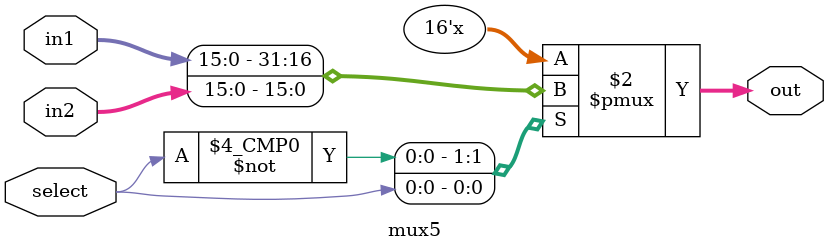
<source format=v>
module mux5(in1,in2,out, select);
	input[15:0] in1, in2;
	input select;
	output reg [15:0] out;
	always@(*)
	begin
		case(select)
			0: out = in1;
			1: out = in2;
		endcase
	end
endmodule

</source>
